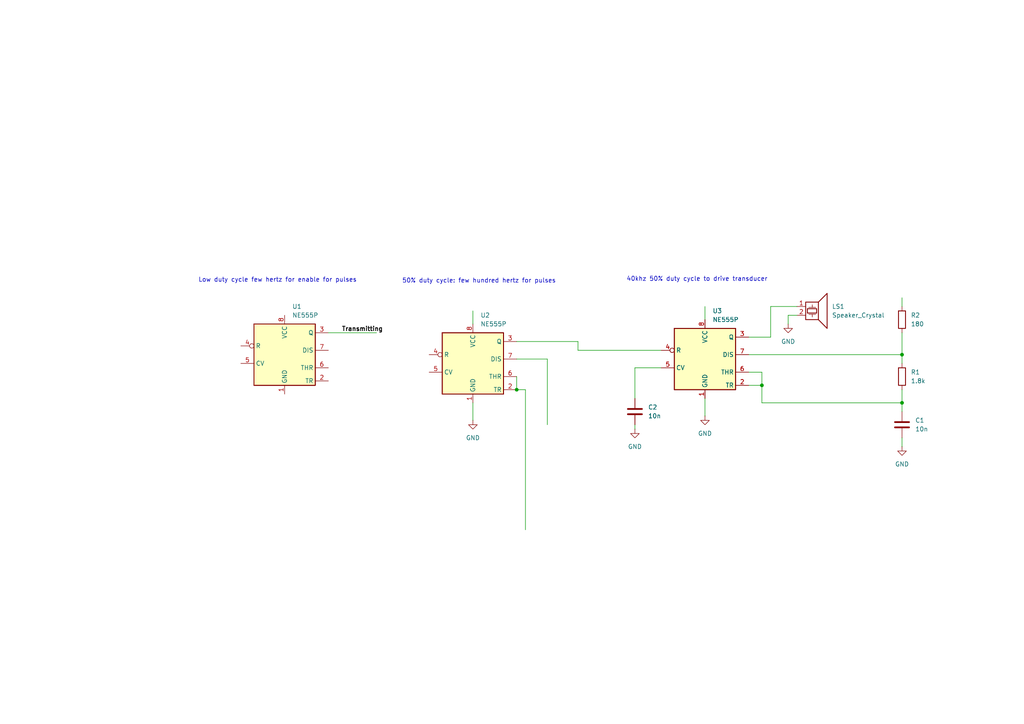
<source format=kicad_sch>
(kicad_sch (version 20231120) (generator "eeschema") (generator_version "8.0")
  (paper "A4")
  (title_block (title "ECSE 471 Lab 14") (date "2025-04-24") (company "CWRU") (comment 1 "Drawn By T.Cowles"))
  (lib_symbols
    (symbol "Device:C" (pin_numbers hide) (pin_names (offset 0.254))
      (property "Reference" "C" (at 0.635 2.54 0))
      (property "Value" "C" (at 0.635 -2.54 0))
      (symbol "C_0_1"
        (polyline (pts (xy -2.032 -0.762) (xy 2.032 -0.762)) (stroke (width 0.508)))
        (polyline (pts (xy -2.032 0.762) (xy 2.032 0.762)) (stroke (width 0.508)))
      )
      (symbol "C_1_1"
        (pin passive line (at 0 3.81 270) (length 2.794) (name "~") (number "1"))
        (pin passive line (at 0 -3.81 90) (length 2.794) (name "~") (number "2"))
      )
    )
    (symbol "Device:R" (pin_numbers hide) (pin_names (offset 0))
      (property "Reference" "R" (at 2.032 0 90))
      (property "Value" "R" (at 0 0 90))
      (symbol "R_0_1"
        (rectangle (start -1.016 -2.54) (end 1.016 2.54) (stroke (width 0.254)))
      )
      (symbol "R_1_1"
        (pin passive line (at 0 3.81 270) (length 1.27) (name "~") (number "1"))
        (pin passive line (at 0 -3.81 90) (length 1.27) (name "~") (number "2"))
      )
    )
    (symbol "Device:Speaker_Crystal" (pin_names (offset 0) hide)
      (property "Reference" "LS" (at 0.635 5.715 0))
      (property "Value" "Speaker_Crystal" (at 0.635 3.81 0))
      (symbol "Speaker_Crystal_0_0"
        (rectangle (start -2.54 1.27) (end 1.143 -3.81) (stroke (width 0.254)))
        (rectangle (start -2.032 -0.635) (end 0.635 -1.905) (stroke (width 0.254)))
        (polyline (pts (xy -1.651 -2.286) (xy 0.381 -2.286)))
        (polyline (pts (xy -1.651 -0.254) (xy 0.381 -0.254)))
        (polyline (pts (xy -0.635 -2.286) (xy -0.635 -3.048)))
        (polyline (pts (xy -0.635 -0.254) (xy -0.635 0.508)))
        (polyline (pts (xy 1.143 1.27) (xy 3.683 3.81) (xy 3.683 -6.35) (xy 1.143 -3.81)) (stroke (width 0.254)))
      )
      (symbol "Speaker_Crystal_1_1"
        (pin input line (at -5.08 0 0) (length 2.54) (name "1") (number "1"))
        (pin input line (at -5.08 -2.54 0) (length 2.54) (name "2") (number "2"))
      )
    )
    (symbol "NE555P_1"
      (property "Reference" "U3" (at 2.1941 12.7 0))
      (property "Value" "NE555P" (at 2.1941 10.16 0))
      (symbol "NE555P_1_0_0"
        (pin power_in line (at 0 -12.7 90) (length 2.54) (name "GND") (number "1"))
        (pin power_in line (at 0 10.16 270) (length 2.54) (name "VCC") (number "8"))
      )
      (symbol "NE555P_1_0_1"
        (rectangle (start -8.89 7.62) (end 8.89 -10.16) (stroke (width 0.254)) (fill (type background)))
        (rectangle (start -8.89 7.62) (end 8.89 -10.16) (stroke (width 0.254)) (fill (type background)))
      )
      (symbol "NE555P_1_1_1"
        (pin input line (at 12.7 -8.89 180) (length 3.81) (name "TR") (number "2"))
        (pin output line (at 12.7 5.08 180) (length 3.81) (name "Q") (number "3"))
        (pin input inverted (at -12.7 1.27 0) (length 3.81) (name "R") (number "4"))
        (pin input line (at -12.7 -3.81 0) (length 3.81) (name "CV") (number "5"))
        (pin input line (at 12.7 -5.08 180) (length 3.81) (name "THR") (number "6"))
        (pin input line (at 12.7 0 180) (length 3.81) (name "DIS") (number "7"))
      )
    )
    (symbol "power:GND" (power) (pin_numbers hide) (pin_names (offset 0) hide)
      (property "Value" "GND" (at 0 -3.81 0))
      (symbol "GND_0_1"
        (polyline (pts (xy 0 0) (xy 0 -1.27) (xy 1.27 -1.27) (xy 0 -2.54) (xy -1.27 -1.27) (xy 0 -1.27)))
      )
      (symbol "GND_1_1"
        (pin power_in line (at 0 0 270) (length 0) (name "~") (number "1"))
      )
    )
  )
  (junction (at 261.62 116.84))
  (junction (at 149.86 113.03))
  (junction (at 261.62 102.87))
  (junction (at 220.98 111.76))
  (wire (pts (xy 223.52 88.9) (xy 223.52 97.79)))
  (wire (pts (xy 220.98 107.95) (xy 220.98 111.76)))
  (wire (pts (xy 95.25 96.52) (xy 109.22 96.52)))
  (wire (pts (xy 167.64 99.06) (xy 149.86 99.06)))
  (wire (pts (xy 167.64 101.6) (xy 191.77 101.6)))
  (wire (pts (xy 158.75 104.14) (xy 158.75 123.19)))
  (wire (pts (xy 204.47 115.57) (xy 204.47 120.65)))
  (wire (pts (xy 217.17 107.95) (xy 220.98 107.95)))
  (wire (pts (xy 217.17 102.87) (xy 261.62 102.87)))
  (wire (pts (xy 261.62 102.87) (xy 261.62 105.41)))
  (wire (pts (xy 231.14 91.44) (xy 228.6 91.44)))
  (wire (pts (xy 184.15 123.19) (xy 184.15 124.46)))
  (wire (pts (xy 261.62 86.36) (xy 261.62 88.9)))
  (wire (pts (xy 217.17 97.79) (xy 223.52 97.79)))
  (wire (pts (xy 220.98 116.84) (xy 261.62 116.84)))
  (wire (pts (xy 191.77 106.68) (xy 184.15 106.68)))
  (wire (pts (xy 261.62 127) (xy 261.62 129.54)))
  (wire (pts (xy 261.62 119.38) (xy 261.62 116.84)))
  (wire (pts (xy 228.6 91.44) (xy 228.6 93.98)))
  (wire (pts (xy 137.16 116.84) (xy 137.16 121.92)))
  (wire (pts (xy 220.98 111.76) (xy 220.98 116.84)))
  (wire (pts (xy 204.47 88.9) (xy 204.47 92.71)))
  (wire (pts (xy 223.52 88.9) (xy 231.14 88.9)))
  (wire (pts (xy 261.62 116.84) (xy 261.62 113.03)))
  (wire (pts (xy 149.86 104.14) (xy 158.75 104.14)))
  (wire (pts (xy 184.15 106.68) (xy 184.15 115.57)))
  (wire (pts (xy 149.86 109.22) (xy 149.86 113.03)))
  (wire (pts (xy 149.86 113.03) (xy 152.4 113.03)))
  (wire (pts (xy 217.17 111.76) (xy 220.98 111.76)))
  (wire (pts (xy 261.62 96.52) (xy 261.62 102.87)))
  (wire (pts (xy 167.64 101.6) (xy 167.64 99.06)))
  (wire (pts (xy 137.16 90.17) (xy 137.16 93.98)))
  (wire (pts (xy 152.4 113.03) (xy 152.4 153.67)))
  (text "50% duty cycle: few hundred hertz for pulses" (at 138.938 81.534 0) (effects (font (size 1.27 1.27))))
  (text "40khz 50% duty cycle to drive transducer" (at 202.184 81.026 0) (effects (font (size 1.27 1.27))))
  (text "Low duty cycle few hertz for enable for pulses" (at 80.518 81.28 0) (effects (font (size 1.27 1.27))))
  (label "Transmitting" (at 99.06 96.52 0) (effects (font (bold yes))))
  (symbol (lib_id "power:GND") (at 204.47 120.65 0) (unit 1)
    (property "Reference" "#PWR03" (effects (hide yes)))
    (property "Value" "GND" (at 204.47 125.73 0))
    (property "Description" "Power symbol creates a global label with name \"GND\" , ground" (effects (hide yes)))
  )
  (symbol (lib_id "Device:C") (at 261.62 123.19 0) (unit 1)
    (property "Reference" "C1" (at 265.43 121.9199 0) (effects (justify left)))
    (property "Value" "10n" (at 265.43 124.4599 0) (effects (justify left)))
    (property "Description" "Unpolarized capacitor" (effects (hide yes)))
  )
  (symbol (lib_name "NE555P_1") (lib_id "Timer:NE555P") (at 82.55 101.6 0) (unit 1)
    (property "Reference" "U1" (at 84.7441 88.9 0) (effects (justify left)))
    (property "Value" "NE555P" (at 84.7441 91.44 0) (effects (justify left)))
    (property "Footprint" "Package_DIP:DIP-8_W7.62mm" (effects (hide yes)))
    (property "Datasheet" "http://www.ti.com/lit/ds/symlink/ne555.pdf" (effects (hide yes)))
    (property "Description" "Precision Timers, 555 compatible,  PDIP-8" (effects (hide yes)))
  )
  (symbol (lib_name "NE555P_1") (lib_id "Timer:NE555P") (at 137.16 104.14 0) (unit 1)
    (property "Reference" "U2" (at 139.3541 91.44 0) (effects (justify left)))
    (property "Value" "NE555P" (at 139.3541 93.98 0) (effects (justify left)))
    (property "Footprint" "Package_DIP:DIP-8_W7.62mm" (effects (hide yes)))
    (property "Datasheet" "http://www.ti.com/lit/ds/symlink/ne555.pdf" (effects (hide yes)))
    (property "Description" "Precision Timers, 555 compatible,  PDIP-8" (effects (hide yes)))
  )
  (symbol (lib_name "NE555P_1") (lib_id "Timer:NE555P") (at 204.47 102.87 0) (unit 1)
    (property "Reference" "U3" (at 206.6641 90.17 0) (effects (justify left)))
    (property "Value" "NE555P" (at 206.6641 92.71 0) (effects (justify left)))
    (property "Footprint" "Package_DIP:DIP-8_W7.62mm" (effects (hide yes)))
    (property "Datasheet" "http://www.ti.com/lit/ds/symlink/ne555.pdf" (effects (hide yes)))
    (property "Description" "Precision Timers, 555 compatible,  PDIP-8" (effects (hide yes)))
  )
  (symbol (lib_id "power:GND") (at 137.16 121.92 0) (unit 1)
    (property "Reference" "#PWR05" (effects (hide yes)))
    (property "Value" "GND" (at 137.16 127 0))
    (property "Description" "Power symbol creates a global label with name \"GND\" , ground" (effects (hide yes)))
  )
  (symbol (lib_id "Device:R") (at 261.62 109.22 0) (unit 1)
    (property "Reference" "R1" (at 264.16 107.9499 0) (effects (justify left)))
    (property "Value" "1.8k" (at 264.16 110.4899 0) (effects (justify left)))
    (property "Description" "Resistor" (effects (hide yes)))
  )
  (symbol (lib_id "Device:C") (at 184.15 119.38 0) (unit 1)
    (property "Reference" "C2" (at 187.96 118.1099 0) (effects (justify left)))
    (property "Value" "10n" (at 187.96 120.6499 0) (effects (justify left)))
    (property "Description" "Unpolarized capacitor" (effects (hide yes)))
  )
  (symbol (lib_id "power:GND") (at 261.62 129.54 0) (unit 1)
    (property "Reference" "#PWR04" (effects (hide yes)))
    (property "Value" "GND" (at 261.62 134.62 0))
    (property "Description" "Power symbol creates a global label with name \"GND\" , ground" (effects (hide yes)))
  )
  (symbol (lib_id "Device:Speaker_Crystal") (at 236.22 88.9 0) (unit 1)
    (property "Reference" "LS1" (at 241.3 88.8999 0) (effects (justify left)))
    (property "Value" "Speaker_Crystal" (at 241.3 91.4399 0) (effects (justify left)))
    (property "Description" "Crystal speaker/transducer" (effects (hide yes)))
  )
  (symbol (lib_id "power:GND") (at 184.15 124.46 0) (unit 1)
    (property "Reference" "#PWR02" (effects (hide yes)))
    (property "Value" "GND" (at 184.15 129.54 0))
    (property "Description" "Power symbol creates a global label with name \"GND\" , ground" (effects (hide yes)))
  )
  (symbol (lib_id "Device:R") (at 261.62 92.71 0) (unit 1)
    (property "Reference" "R2" (at 264.16 91.4399 0) (effects (justify left)))
    (property "Value" "180" (at 264.16 93.9799 0) (effects (justify left)))
    (property "Description" "Resistor" (effects (hide yes)))
  )
  (symbol (lib_id "power:GND") (at 228.6 93.98 0) (unit 1)
    (property "Reference" "#PWR01" (effects (hide yes)))
    (property "Value" "GND" (at 228.6 99.06 0))
    (property "Description" "Power symbol creates a global label with name \"GND\" , ground" (effects (hide yes)))
  )
)
</source>
